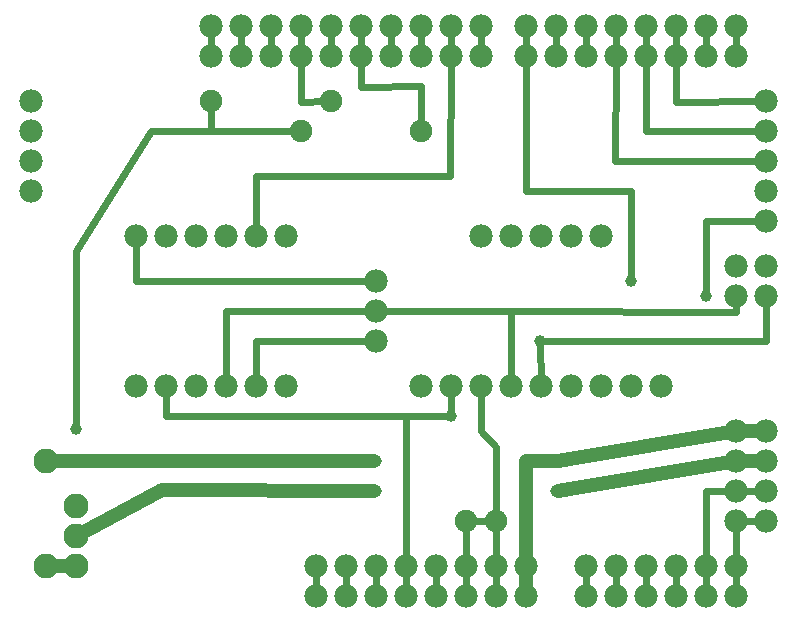
<source format=gtl>
G04 MADE WITH FRITZING*
G04 WWW.FRITZING.ORG*
G04 DOUBLE SIDED*
G04 HOLES PLATED*
G04 CONTOUR ON CENTER OF CONTOUR VECTOR*
%ASAXBY*%
%FSLAX23Y23*%
%MOIN*%
%OFA0B0*%
%SFA1.0B1.0*%
%ADD10C,0.039370*%
%ADD11C,0.075433*%
%ADD12C,0.083307*%
%ADD13C,0.078000*%
%ADD14C,0.048000*%
%ADD15C,0.024000*%
%LNCOPPER1*%
G90*
G70*
G54D10*
X298Y655D03*
X1898Y547D03*
G54D11*
X1048Y1647D03*
X1448Y1647D03*
X748Y1747D03*
X1148Y1747D03*
G54D10*
X1898Y447D03*
X1298Y447D03*
G54D12*
X198Y547D03*
G54D10*
X1298Y547D03*
G54D12*
X198Y197D03*
G54D10*
X1548Y697D03*
G54D13*
X998Y797D03*
X898Y797D03*
X798Y797D03*
X698Y797D03*
X598Y797D03*
X498Y797D03*
X998Y1297D03*
X898Y1297D03*
X798Y1297D03*
X698Y1297D03*
X598Y1297D03*
X498Y1297D03*
X2248Y797D03*
X2148Y797D03*
X2048Y797D03*
X1948Y797D03*
X1848Y797D03*
X1748Y797D03*
X1648Y797D03*
X1548Y797D03*
X1448Y797D03*
X2048Y1297D03*
X1948Y1297D03*
X1848Y1297D03*
X1748Y1297D03*
X1648Y1297D03*
X148Y1747D03*
X148Y1647D03*
X148Y1547D03*
X148Y1447D03*
X1298Y1147D03*
X1298Y1047D03*
X1298Y947D03*
G54D10*
X1847Y948D03*
G54D11*
X1698Y347D03*
G54D10*
X2148Y1147D03*
G54D11*
X1598Y347D03*
G54D10*
X2398Y1097D03*
G54D13*
X2498Y647D03*
X2498Y547D03*
X2498Y447D03*
X2498Y347D03*
X2598Y1747D03*
X2598Y1647D03*
X2598Y1547D03*
X2598Y1447D03*
X2598Y1347D03*
G54D12*
X298Y397D03*
X298Y297D03*
X298Y197D03*
G54D13*
X2598Y647D03*
X2598Y547D03*
X2598Y447D03*
X2598Y347D03*
X2598Y1097D03*
X2598Y1197D03*
X2598Y1097D03*
X2598Y1197D03*
X2498Y1197D03*
X2498Y1097D03*
X1998Y97D03*
X2098Y97D03*
X2198Y97D03*
X2298Y97D03*
X2398Y97D03*
X2498Y97D03*
X1098Y97D03*
X1198Y97D03*
X1298Y97D03*
X1398Y97D03*
X1498Y97D03*
X1598Y97D03*
X1698Y97D03*
X1798Y97D03*
X1648Y1897D03*
X1548Y1897D03*
X1448Y1897D03*
X1348Y1897D03*
X1248Y1897D03*
X1148Y1897D03*
X1048Y1897D03*
X948Y1897D03*
X848Y1897D03*
X748Y1897D03*
X2498Y197D03*
X2398Y197D03*
X2298Y197D03*
X2198Y197D03*
X2098Y197D03*
X1998Y197D03*
X1798Y197D03*
X1698Y197D03*
X1598Y197D03*
X1498Y197D03*
X1398Y197D03*
X1298Y197D03*
X1198Y197D03*
X1098Y197D03*
X2498Y1897D03*
X2398Y1897D03*
X2298Y1897D03*
X2198Y1897D03*
X2098Y1897D03*
X1998Y1897D03*
X1898Y1897D03*
X1798Y1897D03*
X1798Y1997D03*
X1898Y1997D03*
X1998Y1997D03*
X2098Y1997D03*
X2198Y1997D03*
X2298Y1997D03*
X2398Y1997D03*
X2498Y1997D03*
X748Y1997D03*
X848Y1997D03*
X948Y1997D03*
X1048Y1997D03*
X1148Y1997D03*
X1248Y1997D03*
X1348Y1997D03*
X1448Y1997D03*
X1548Y1997D03*
X1648Y1997D03*
G54D14*
X1906Y549D02*
X2480Y644D01*
D02*
X1906Y449D02*
X2480Y544D01*
D02*
X1798Y216D02*
X1798Y547D01*
D02*
X1798Y547D02*
X1891Y547D01*
D02*
X1291Y547D02*
X220Y547D01*
D02*
X587Y451D02*
X318Y307D01*
G54D15*
D02*
X1048Y1746D02*
X1131Y1747D01*
D02*
X1248Y1796D02*
X1248Y1878D01*
D02*
X1448Y1797D02*
X1248Y1796D01*
D02*
X1448Y1797D02*
X1448Y1665D01*
D02*
X1048Y1878D02*
X1048Y1746D01*
D02*
X749Y1648D02*
X1031Y1647D01*
D02*
X298Y1248D02*
X548Y1648D01*
D02*
X548Y1648D02*
X749Y1648D01*
D02*
X298Y1248D02*
X298Y663D01*
G54D14*
D02*
X1291Y447D02*
X587Y451D01*
D02*
X277Y197D02*
X220Y197D01*
G54D15*
D02*
X749Y1648D02*
X748Y1730D01*
D02*
X499Y1148D02*
X499Y1278D01*
D02*
X1279Y1147D02*
X499Y1148D01*
D02*
X798Y1047D02*
X798Y816D01*
D02*
X1279Y1047D02*
X798Y1047D01*
D02*
X899Y948D02*
X898Y816D01*
D02*
X1279Y947D02*
X899Y948D01*
D02*
X598Y698D02*
X598Y778D01*
D02*
X2399Y448D02*
X2479Y447D01*
D02*
X2398Y216D02*
X2399Y448D01*
D02*
X2498Y328D02*
X2498Y216D01*
D02*
X1547Y1497D02*
X1548Y1878D01*
D02*
X899Y1497D02*
X1547Y1497D01*
D02*
X898Y1316D02*
X899Y1497D01*
D02*
X2579Y347D02*
X2517Y347D01*
D02*
X2579Y447D02*
X2517Y447D01*
G54D14*
D02*
X2579Y547D02*
X2517Y547D01*
D02*
X2579Y647D02*
X2517Y647D01*
G54D15*
D02*
X2398Y116D02*
X2398Y178D01*
D02*
X2498Y116D02*
X2498Y178D01*
D02*
X1298Y116D02*
X1298Y178D01*
D02*
X1398Y116D02*
X1398Y178D01*
D02*
X1498Y116D02*
X1498Y178D01*
D02*
X1598Y116D02*
X1598Y178D01*
D02*
X1698Y116D02*
X1698Y178D01*
G54D14*
D02*
X1798Y116D02*
X1798Y178D01*
G54D15*
D02*
X1998Y116D02*
X1998Y178D01*
D02*
X2098Y116D02*
X2098Y178D01*
D02*
X2198Y116D02*
X2198Y178D01*
D02*
X2298Y116D02*
X2298Y178D01*
D02*
X1798Y1916D02*
X1798Y1978D01*
D02*
X1898Y1916D02*
X1898Y1978D01*
D02*
X1998Y1916D02*
X1998Y1978D01*
D02*
X2098Y1916D02*
X2098Y1978D01*
D02*
X2198Y1916D02*
X2198Y1978D01*
D02*
X2298Y1916D02*
X2298Y1978D01*
D02*
X2398Y1916D02*
X2398Y1978D01*
D02*
X2498Y1916D02*
X2498Y1978D01*
D02*
X1098Y116D02*
X1098Y178D01*
D02*
X1198Y116D02*
X1198Y178D01*
D02*
X748Y1916D02*
X748Y1978D01*
D02*
X848Y1916D02*
X848Y1978D01*
D02*
X948Y1916D02*
X948Y1978D01*
D02*
X1048Y1916D02*
X1048Y1978D01*
D02*
X1148Y1916D02*
X1148Y1978D01*
D02*
X1248Y1916D02*
X1248Y1978D01*
D02*
X1348Y1916D02*
X1348Y1978D01*
D02*
X1448Y1916D02*
X1448Y1978D01*
D02*
X1548Y1916D02*
X1548Y1978D01*
D02*
X1648Y1916D02*
X1648Y1978D01*
D02*
X1649Y648D02*
X1648Y778D01*
D02*
X1616Y347D02*
X1681Y347D01*
D02*
X598Y698D02*
X1399Y697D01*
D02*
X2149Y1447D02*
X1799Y1447D01*
D02*
X1799Y1447D02*
X1798Y1878D01*
D02*
X2148Y1155D02*
X2149Y1447D01*
D02*
X1698Y365D02*
X1698Y596D01*
D02*
X1698Y596D02*
X1649Y648D01*
D02*
X1598Y216D02*
X1598Y330D01*
D02*
X1399Y697D02*
X1541Y697D01*
D02*
X1548Y705D02*
X1548Y778D01*
D02*
X1398Y216D02*
X1399Y697D01*
D02*
X1847Y940D02*
X1848Y816D01*
D02*
X2599Y948D02*
X1855Y948D01*
D02*
X2599Y1078D02*
X2599Y948D01*
D02*
X1748Y1047D02*
X1748Y816D01*
D02*
X1748Y1047D02*
X1317Y1047D01*
D02*
X2499Y1046D02*
X1748Y1047D01*
D02*
X2499Y1078D02*
X2499Y1046D01*
D02*
X1698Y216D02*
X1698Y330D01*
D02*
X2400Y1347D02*
X2579Y1347D01*
D02*
X2398Y1105D02*
X2400Y1347D01*
D02*
X2097Y1547D02*
X2579Y1547D01*
D02*
X2098Y1878D02*
X2097Y1547D01*
D02*
X2198Y1648D02*
X2579Y1647D01*
D02*
X2198Y1878D02*
X2198Y1648D01*
D02*
X2299Y1746D02*
X2299Y1878D01*
D02*
X2579Y1747D02*
X2299Y1746D01*
G04 End of Copper1*
M02*
</source>
